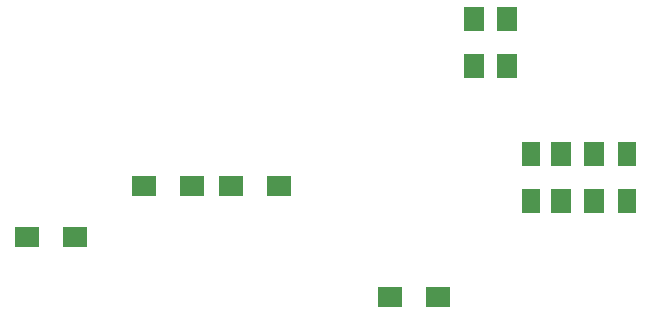
<source format=gbp>
G04 #@! TF.FileFunction,Paste,Bot*
%FSLAX46Y46*%
G04 Gerber Fmt 4.6, Leading zero omitted, Abs format (unit mm)*
G04 Created by KiCad (PCBNEW 4.0.7) date Sat Oct 14 14:29:21 2017*
%MOMM*%
%LPD*%
G01*
G04 APERTURE LIST*
%ADD10C,0.100000*%
%ADD11R,1.600000X2.000000*%
%ADD12R,1.700000X2.000000*%
%ADD13R,2.000000X1.700000*%
G04 APERTURE END LIST*
D10*
D11*
X166116000Y-113824000D03*
X166116000Y-117824000D03*
X174244000Y-113824000D03*
X174244000Y-117824000D03*
D12*
X171450000Y-113824000D03*
X171450000Y-117824000D03*
X164084000Y-102426000D03*
X164084000Y-106426000D03*
X161290000Y-106426000D03*
X161290000Y-102426000D03*
X168656000Y-117824000D03*
X168656000Y-113824000D03*
D13*
X158210000Y-125984000D03*
X154210000Y-125984000D03*
X127476000Y-120904000D03*
X123476000Y-120904000D03*
X137382000Y-116586000D03*
X133382000Y-116586000D03*
X140748000Y-116586000D03*
X144748000Y-116586000D03*
M02*

</source>
